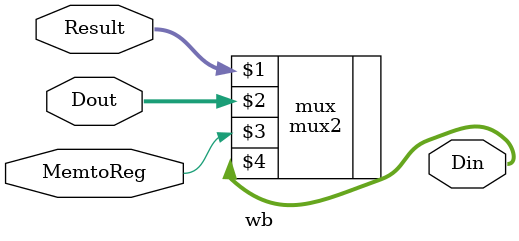
<source format=v>
module wb(
	input[31:0] Dout,
	input[31:0] Result,
	input MemtoReg,
	
	output wire[31:0] Din
    );
	 
	 mux2 mux(Result,Dout,MemtoReg,Din);
 
endmodule

</source>
